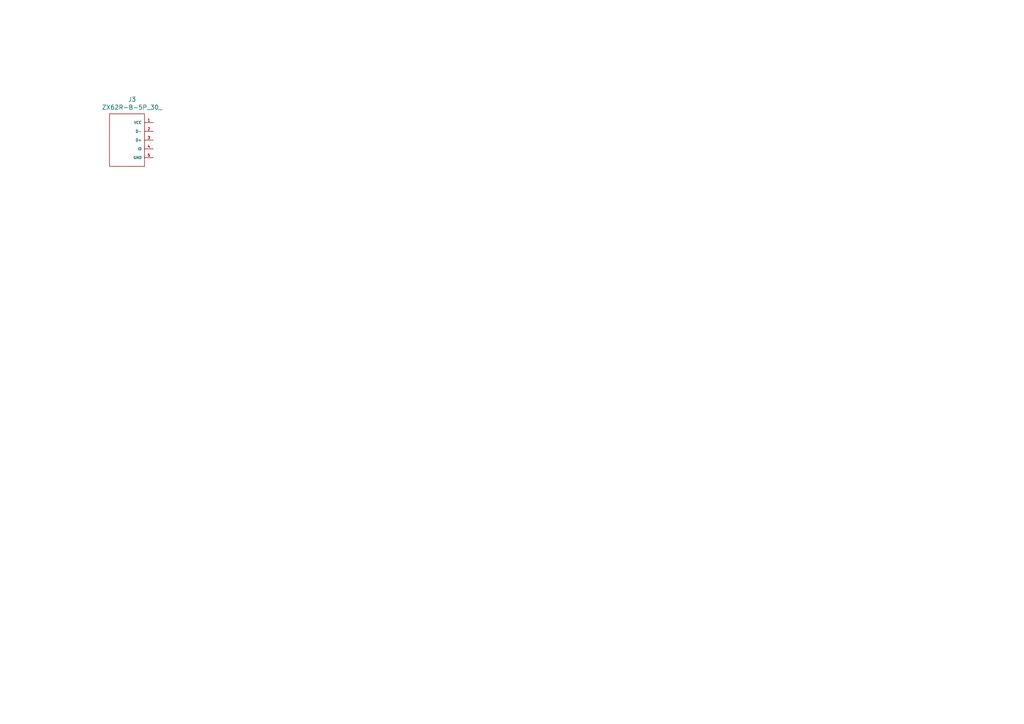
<source format=kicad_sch>
(kicad_sch (version 20250114) (generator "eeschema") (generator_version "9.0")
  (paper "A4")
  (title_block (title "XM125 Radr for MINTIA DC-H038Z") (date "2025-05-20") (rev "0") (company "ハートランド・データ株式会社"))
  (lib_symbols
    (symbol "HLDC_E1:ZX62R-B-5P_30_" (pin_names (offset 0.762))
      (property "Reference" "J" (at 13.97 0 0))
      (property "Value" "ZX62R-B-5P_30_" (at 13.97 -2.54 0))
      (symbol "ZX62R-B-5P_30__0_0"
        (pin passive line (at 0 -2.54 270) (length 2.54) (name "GND") (number "5"))
        (pin passive line (at 2.54 -2.54 270) (length 2.54) (name "ID") (number "4"))
        (pin passive line (at 5.08 -2.54 270) (length 2.54) (name "D+") (number "3"))
        (pin passive line (at 7.62 -2.54 270) (length 2.54) (name "D-") (number "2"))
        (pin passive line (at 10.16 -2.54 270) (length 2.54) (name "VCC") (number "1"))
      )
      (symbol "ZX62R-B-5P_30__0_1"
        (polyline (pts (xy -2.54 -5.08) (xy 12.7 -5.08) (xy 12.7 -15.24) (xy -2.54 -15.24) (xy -2.54 -5.08)) (stroke (width 0.1524)))
      )
    )
  )
  (symbol (lib_id "HLDC_E1:ZX62R-B-5P_30_") (at 46.99 45.72 270) (mirror x) (unit 1)
    (property "Reference" "J3" (at 38.3032 28.829 90))
    (property "Value" "ZX62R-B-5P_30_" (at 38.3032 31.1404 90))
    (property "Footprint" "HLDC_E1:ZX62R-B-5P_30" (effects (hide yes)))
    (property "Datasheet" "http://www.farnell.com/datasheets/2360818.pdf" (effects (hide yes)))
    (property "CLASSIFICATION" "PA" (effects (hide yes)))
    (property "DESCRIPTION" "Micro USB Connector" (effects (hide yes)))
    (property "MAKER" "HRS" (effects (hide yes)))
    (property "PARTNUMBER" "ZX62R-B-5P(30)" (effects (hide yes)))
    (property "REMARKS" " " (effects (hide yes)))
  )
)
</source>
